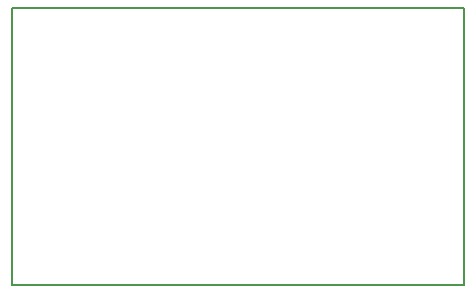
<source format=gm1>
G04 #@! TF.FileFunction,Profile,NP*
%FSLAX46Y46*%
G04 Gerber Fmt 4.6, Leading zero omitted, Abs format (unit mm)*
G04 Created by KiCad (PCBNEW 4.0.2-stable) date Tue Mar  8 23:23:17 2016*
%MOMM*%
G01*
G04 APERTURE LIST*
%ADD10C,0.100000*%
%ADD11C,0.150000*%
G04 APERTURE END LIST*
D10*
D11*
X170800000Y-110000000D02*
X132550000Y-110000000D01*
X132550000Y-110000000D02*
X132550000Y-86500000D01*
X170800000Y-110000000D02*
X170800000Y-86500000D01*
X170800000Y-86500000D02*
X132550000Y-86500000D01*
M02*

</source>
